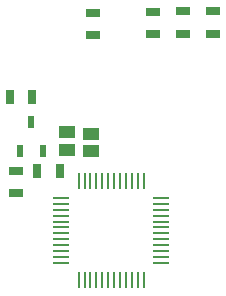
<source format=gtp>
G04*
G04 #@! TF.GenerationSoftware,Altium Limited,Altium Designer,20.1.11 (218)*
G04*
G04 Layer_Color=8421504*
%FSLAX25Y25*%
%MOIN*%
G70*
G04*
G04 #@! TF.SameCoordinates,36FDBAD9-5122-4A0A-A9A9-D65628025C9C*
G04*
G04*
G04 #@! TF.FilePolarity,Positive*
G04*
G01*
G75*
%ADD15R,0.02362X0.03937*%
%ADD16R,0.02800X0.05100*%
%ADD17R,0.05512X0.04331*%
%ADD18R,0.05100X0.02800*%
%ADD19R,0.05800X0.01100*%
%ADD20R,0.01100X0.05800*%
D15*
X588000Y201224D02*
D03*
X591740Y191776D02*
D03*
X584260D02*
D03*
D16*
X580750Y209500D02*
D03*
X588250D02*
D03*
X590000Y185000D02*
D03*
X597500D02*
D03*
D17*
X608000Y197453D02*
D03*
Y191547D02*
D03*
X600000Y197953D02*
D03*
Y192047D02*
D03*
D18*
X583000Y177500D02*
D03*
Y185000D02*
D03*
X648500Y230750D02*
D03*
Y238250D02*
D03*
X638500Y230750D02*
D03*
Y238250D02*
D03*
X628500Y230500D02*
D03*
Y238000D02*
D03*
X608500Y237750D02*
D03*
Y230250D02*
D03*
D19*
X598000Y154347D02*
D03*
Y156315D02*
D03*
Y158283D02*
D03*
Y160252D02*
D03*
Y162221D02*
D03*
Y164189D02*
D03*
Y166157D02*
D03*
Y168126D02*
D03*
Y170095D02*
D03*
Y172063D02*
D03*
Y174031D02*
D03*
Y176000D02*
D03*
X631200D02*
D03*
Y174031D02*
D03*
Y172063D02*
D03*
Y170095D02*
D03*
Y168126D02*
D03*
Y166157D02*
D03*
Y164189D02*
D03*
Y162221D02*
D03*
Y160252D02*
D03*
Y158283D02*
D03*
Y156315D02*
D03*
Y154347D02*
D03*
D20*
X603773Y181773D02*
D03*
X605742D02*
D03*
X607710D02*
D03*
X609679D02*
D03*
X611647D02*
D03*
X613616D02*
D03*
X615584D02*
D03*
X617553D02*
D03*
X619521D02*
D03*
X621490D02*
D03*
X623458D02*
D03*
X625427D02*
D03*
Y148573D02*
D03*
X623458D02*
D03*
X621490D02*
D03*
X619521D02*
D03*
X617553D02*
D03*
X615584D02*
D03*
X613616D02*
D03*
X611647D02*
D03*
X609679D02*
D03*
X607710D02*
D03*
X605742D02*
D03*
X603773D02*
D03*
M02*

</source>
